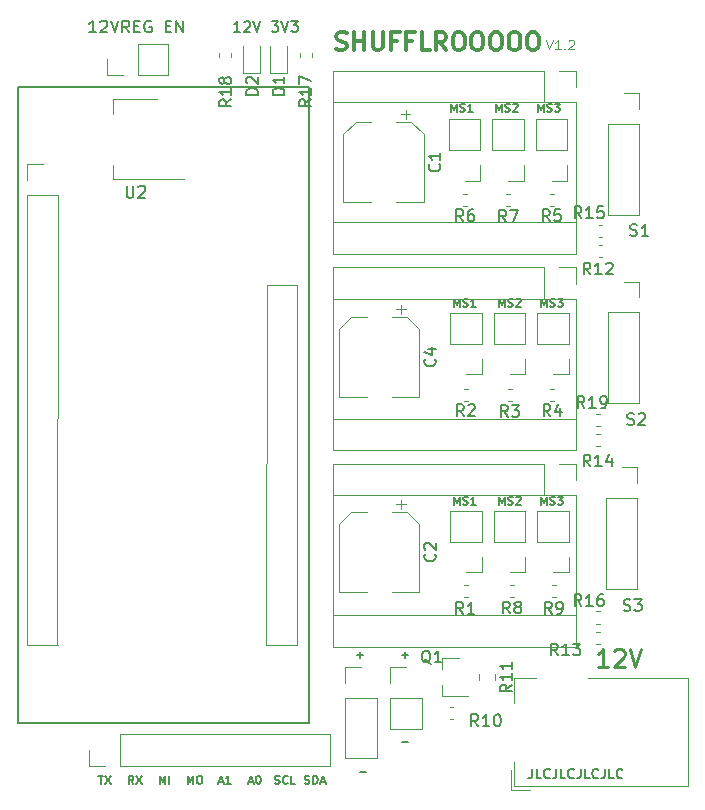
<source format=gto>
G04 #@! TF.GenerationSoftware,KiCad,Pcbnew,(5.0.2)-1*
G04 #@! TF.CreationDate,2020-07-19T21:14:17-04:00*
G04 #@! TF.ProjectId,KiCad Schematic,4b694361-6420-4536-9368-656d61746963,rev?*
G04 #@! TF.SameCoordinates,Original*
G04 #@! TF.FileFunction,Legend,Top*
G04 #@! TF.FilePolarity,Positive*
%FSLAX46Y46*%
G04 Gerber Fmt 4.6, Leading zero omitted, Abs format (unit mm)*
G04 Created by KiCad (PCBNEW (5.0.2)-1) date 7/19/2020 9:14:17 PM*
%MOMM*%
%LPD*%
G01*
G04 APERTURE LIST*
%ADD10C,0.200000*%
%ADD11C,0.150000*%
%ADD12C,0.250000*%
%ADD13C,0.120000*%
%ADD14C,0.300000*%
G04 APERTURE END LIST*
D10*
X21615428Y-73604380D02*
X21044000Y-73604380D01*
X21329714Y-73604380D02*
X21329714Y-72604380D01*
X21234476Y-72747238D01*
X21139238Y-72842476D01*
X21044000Y-72890095D01*
X21996380Y-72699619D02*
X22044000Y-72652000D01*
X22139238Y-72604380D01*
X22377333Y-72604380D01*
X22472571Y-72652000D01*
X22520190Y-72699619D01*
X22567809Y-72794857D01*
X22567809Y-72890095D01*
X22520190Y-73032952D01*
X21948761Y-73604380D01*
X22567809Y-73604380D01*
X22853523Y-72604380D02*
X23186857Y-73604380D01*
X23520190Y-72604380D01*
X24424952Y-73604380D02*
X24091619Y-73128190D01*
X23853523Y-73604380D02*
X23853523Y-72604380D01*
X24234476Y-72604380D01*
X24329714Y-72652000D01*
X24377333Y-72699619D01*
X24424952Y-72794857D01*
X24424952Y-72937714D01*
X24377333Y-73032952D01*
X24329714Y-73080571D01*
X24234476Y-73128190D01*
X23853523Y-73128190D01*
X24853523Y-73080571D02*
X25186857Y-73080571D01*
X25329714Y-73604380D02*
X24853523Y-73604380D01*
X24853523Y-72604380D01*
X25329714Y-72604380D01*
X26282095Y-72652000D02*
X26186857Y-72604380D01*
X26044000Y-72604380D01*
X25901142Y-72652000D01*
X25805904Y-72747238D01*
X25758285Y-72842476D01*
X25710666Y-73032952D01*
X25710666Y-73175809D01*
X25758285Y-73366285D01*
X25805904Y-73461523D01*
X25901142Y-73556761D01*
X26044000Y-73604380D01*
X26139238Y-73604380D01*
X26282095Y-73556761D01*
X26329714Y-73509142D01*
X26329714Y-73175809D01*
X26139238Y-73175809D01*
X27520190Y-73080571D02*
X27853523Y-73080571D01*
X27996380Y-73604380D02*
X27520190Y-73604380D01*
X27520190Y-72604380D01*
X27996380Y-72604380D01*
X28424952Y-73604380D02*
X28424952Y-72604380D01*
X28996380Y-73604380D01*
X28996380Y-72604380D01*
D11*
X58534761Y-135959904D02*
X58534761Y-136531333D01*
X58496666Y-136645619D01*
X58420476Y-136721809D01*
X58306190Y-136759904D01*
X58230000Y-136759904D01*
X59296666Y-136759904D02*
X58915714Y-136759904D01*
X58915714Y-135959904D01*
X60020476Y-136683714D02*
X59982380Y-136721809D01*
X59868095Y-136759904D01*
X59791904Y-136759904D01*
X59677619Y-136721809D01*
X59601428Y-136645619D01*
X59563333Y-136569428D01*
X59525238Y-136417047D01*
X59525238Y-136302761D01*
X59563333Y-136150380D01*
X59601428Y-136074190D01*
X59677619Y-135998000D01*
X59791904Y-135959904D01*
X59868095Y-135959904D01*
X59982380Y-135998000D01*
X60020476Y-136036095D01*
X60591904Y-135959904D02*
X60591904Y-136531333D01*
X60553809Y-136645619D01*
X60477619Y-136721809D01*
X60363333Y-136759904D01*
X60287142Y-136759904D01*
X61353809Y-136759904D02*
X60972857Y-136759904D01*
X60972857Y-135959904D01*
X62077619Y-136683714D02*
X62039523Y-136721809D01*
X61925238Y-136759904D01*
X61849047Y-136759904D01*
X61734761Y-136721809D01*
X61658571Y-136645619D01*
X61620476Y-136569428D01*
X61582380Y-136417047D01*
X61582380Y-136302761D01*
X61620476Y-136150380D01*
X61658571Y-136074190D01*
X61734761Y-135998000D01*
X61849047Y-135959904D01*
X61925238Y-135959904D01*
X62039523Y-135998000D01*
X62077619Y-136036095D01*
X62649047Y-135959904D02*
X62649047Y-136531333D01*
X62610952Y-136645619D01*
X62534761Y-136721809D01*
X62420476Y-136759904D01*
X62344285Y-136759904D01*
X63410952Y-136759904D02*
X63030000Y-136759904D01*
X63030000Y-135959904D01*
X64134761Y-136683714D02*
X64096666Y-136721809D01*
X63982380Y-136759904D01*
X63906190Y-136759904D01*
X63791904Y-136721809D01*
X63715714Y-136645619D01*
X63677619Y-136569428D01*
X63639523Y-136417047D01*
X63639523Y-136302761D01*
X63677619Y-136150380D01*
X63715714Y-136074190D01*
X63791904Y-135998000D01*
X63906190Y-135959904D01*
X63982380Y-135959904D01*
X64096666Y-135998000D01*
X64134761Y-136036095D01*
X64706190Y-135959904D02*
X64706190Y-136531333D01*
X64668095Y-136645619D01*
X64591904Y-136721809D01*
X64477619Y-136759904D01*
X64401428Y-136759904D01*
X65468095Y-136759904D02*
X65087142Y-136759904D01*
X65087142Y-135959904D01*
X66191904Y-136683714D02*
X66153809Y-136721809D01*
X66039523Y-136759904D01*
X65963333Y-136759904D01*
X65849047Y-136721809D01*
X65772857Y-136645619D01*
X65734761Y-136569428D01*
X65696666Y-136417047D01*
X65696666Y-136302761D01*
X65734761Y-136150380D01*
X65772857Y-136074190D01*
X65849047Y-135998000D01*
X65963333Y-135959904D01*
X66039523Y-135959904D01*
X66153809Y-135998000D01*
X66191904Y-136036095D01*
X43929333Y-136194000D02*
X44462666Y-136194000D01*
X39282000Y-137189333D02*
X39382000Y-137222666D01*
X39548666Y-137222666D01*
X39615333Y-137189333D01*
X39648666Y-137156000D01*
X39682000Y-137089333D01*
X39682000Y-137022666D01*
X39648666Y-136956000D01*
X39615333Y-136922666D01*
X39548666Y-136889333D01*
X39415333Y-136856000D01*
X39348666Y-136822666D01*
X39315333Y-136789333D01*
X39282000Y-136722666D01*
X39282000Y-136656000D01*
X39315333Y-136589333D01*
X39348666Y-136556000D01*
X39415333Y-136522666D01*
X39582000Y-136522666D01*
X39682000Y-136556000D01*
X39982000Y-137222666D02*
X39982000Y-136522666D01*
X40148666Y-136522666D01*
X40248666Y-136556000D01*
X40315333Y-136622666D01*
X40348666Y-136689333D01*
X40382000Y-136822666D01*
X40382000Y-136922666D01*
X40348666Y-137056000D01*
X40315333Y-137122666D01*
X40248666Y-137189333D01*
X40148666Y-137222666D01*
X39982000Y-137222666D01*
X40648666Y-137022666D02*
X40982000Y-137022666D01*
X40582000Y-137222666D02*
X40815333Y-136522666D01*
X41048666Y-137222666D01*
X36758666Y-137189333D02*
X36858666Y-137222666D01*
X37025333Y-137222666D01*
X37092000Y-137189333D01*
X37125333Y-137156000D01*
X37158666Y-137089333D01*
X37158666Y-137022666D01*
X37125333Y-136956000D01*
X37092000Y-136922666D01*
X37025333Y-136889333D01*
X36892000Y-136856000D01*
X36825333Y-136822666D01*
X36792000Y-136789333D01*
X36758666Y-136722666D01*
X36758666Y-136656000D01*
X36792000Y-136589333D01*
X36825333Y-136556000D01*
X36892000Y-136522666D01*
X37058666Y-136522666D01*
X37158666Y-136556000D01*
X37858666Y-137156000D02*
X37825333Y-137189333D01*
X37725333Y-137222666D01*
X37658666Y-137222666D01*
X37558666Y-137189333D01*
X37492000Y-137122666D01*
X37458666Y-137056000D01*
X37425333Y-136922666D01*
X37425333Y-136822666D01*
X37458666Y-136689333D01*
X37492000Y-136622666D01*
X37558666Y-136556000D01*
X37658666Y-136522666D01*
X37725333Y-136522666D01*
X37825333Y-136556000D01*
X37858666Y-136589333D01*
X38492000Y-137222666D02*
X38158666Y-137222666D01*
X38158666Y-136522666D01*
X34552000Y-137022666D02*
X34885333Y-137022666D01*
X34485333Y-137222666D02*
X34718666Y-136522666D01*
X34952000Y-137222666D01*
X35318666Y-136522666D02*
X35385333Y-136522666D01*
X35452000Y-136556000D01*
X35485333Y-136589333D01*
X35518666Y-136656000D01*
X35552000Y-136789333D01*
X35552000Y-136956000D01*
X35518666Y-137089333D01*
X35485333Y-137156000D01*
X35452000Y-137189333D01*
X35385333Y-137222666D01*
X35318666Y-137222666D01*
X35252000Y-137189333D01*
X35218666Y-137156000D01*
X35185333Y-137089333D01*
X35152000Y-136956000D01*
X35152000Y-136789333D01*
X35185333Y-136656000D01*
X35218666Y-136589333D01*
X35252000Y-136556000D01*
X35318666Y-136522666D01*
X32012000Y-137022666D02*
X32345333Y-137022666D01*
X31945333Y-137222666D02*
X32178666Y-136522666D01*
X32412000Y-137222666D01*
X33012000Y-137222666D02*
X32612000Y-137222666D01*
X32812000Y-137222666D02*
X32812000Y-136522666D01*
X32745333Y-136622666D01*
X32678666Y-136689333D01*
X32612000Y-136722666D01*
X29372000Y-137222666D02*
X29372000Y-136522666D01*
X29605333Y-137022666D01*
X29838666Y-136522666D01*
X29838666Y-137222666D01*
X30305333Y-136522666D02*
X30438666Y-136522666D01*
X30505333Y-136556000D01*
X30572000Y-136622666D01*
X30605333Y-136756000D01*
X30605333Y-136989333D01*
X30572000Y-137122666D01*
X30505333Y-137189333D01*
X30438666Y-137222666D01*
X30305333Y-137222666D01*
X30238666Y-137189333D01*
X30172000Y-137122666D01*
X30138666Y-136989333D01*
X30138666Y-136756000D01*
X30172000Y-136622666D01*
X30238666Y-136556000D01*
X30305333Y-136522666D01*
X27032000Y-137222666D02*
X27032000Y-136522666D01*
X27265333Y-137022666D01*
X27498666Y-136522666D01*
X27498666Y-137222666D01*
X27832000Y-137222666D02*
X27832000Y-136522666D01*
X24775333Y-137222666D02*
X24542000Y-136889333D01*
X24375333Y-137222666D02*
X24375333Y-136522666D01*
X24642000Y-136522666D01*
X24708666Y-136556000D01*
X24742000Y-136589333D01*
X24775333Y-136656000D01*
X24775333Y-136756000D01*
X24742000Y-136822666D01*
X24708666Y-136856000D01*
X24642000Y-136889333D01*
X24375333Y-136889333D01*
X25008666Y-136522666D02*
X25475333Y-137222666D01*
X25475333Y-136522666D02*
X25008666Y-137222666D01*
X21818666Y-136522666D02*
X22218666Y-136522666D01*
X22018666Y-137222666D02*
X22018666Y-136522666D01*
X22385333Y-136522666D02*
X22852000Y-137222666D01*
X22852000Y-136522666D02*
X22385333Y-137222666D01*
X47485333Y-133654000D02*
X48018666Y-133654000D01*
X43675333Y-126288000D02*
X44208666Y-126288000D01*
X43942000Y-126554666D02*
X43942000Y-126021333D01*
X47485333Y-126288000D02*
X48018666Y-126288000D01*
X47752000Y-126554666D02*
X47752000Y-126021333D01*
X59044000Y-80326666D02*
X59044000Y-79626666D01*
X59277333Y-80126666D01*
X59510666Y-79626666D01*
X59510666Y-80326666D01*
X59810666Y-80293333D02*
X59910666Y-80326666D01*
X60077333Y-80326666D01*
X60144000Y-80293333D01*
X60177333Y-80260000D01*
X60210666Y-80193333D01*
X60210666Y-80126666D01*
X60177333Y-80060000D01*
X60144000Y-80026666D01*
X60077333Y-79993333D01*
X59944000Y-79960000D01*
X59877333Y-79926666D01*
X59844000Y-79893333D01*
X59810666Y-79826666D01*
X59810666Y-79760000D01*
X59844000Y-79693333D01*
X59877333Y-79660000D01*
X59944000Y-79626666D01*
X60110666Y-79626666D01*
X60210666Y-79660000D01*
X60444000Y-79626666D02*
X60877333Y-79626666D01*
X60644000Y-79893333D01*
X60744000Y-79893333D01*
X60810666Y-79926666D01*
X60844000Y-79960000D01*
X60877333Y-80026666D01*
X60877333Y-80193333D01*
X60844000Y-80260000D01*
X60810666Y-80293333D01*
X60744000Y-80326666D01*
X60544000Y-80326666D01*
X60477333Y-80293333D01*
X60444000Y-80260000D01*
X51678000Y-80326666D02*
X51678000Y-79626666D01*
X51911333Y-80126666D01*
X52144666Y-79626666D01*
X52144666Y-80326666D01*
X52444666Y-80293333D02*
X52544666Y-80326666D01*
X52711333Y-80326666D01*
X52778000Y-80293333D01*
X52811333Y-80260000D01*
X52844666Y-80193333D01*
X52844666Y-80126666D01*
X52811333Y-80060000D01*
X52778000Y-80026666D01*
X52711333Y-79993333D01*
X52578000Y-79960000D01*
X52511333Y-79926666D01*
X52478000Y-79893333D01*
X52444666Y-79826666D01*
X52444666Y-79760000D01*
X52478000Y-79693333D01*
X52511333Y-79660000D01*
X52578000Y-79626666D01*
X52744666Y-79626666D01*
X52844666Y-79660000D01*
X53511333Y-80326666D02*
X53111333Y-80326666D01*
X53311333Y-80326666D02*
X53311333Y-79626666D01*
X53244666Y-79726666D01*
X53178000Y-79793333D01*
X53111333Y-79826666D01*
X55488000Y-80326666D02*
X55488000Y-79626666D01*
X55721333Y-80126666D01*
X55954666Y-79626666D01*
X55954666Y-80326666D01*
X56254666Y-80293333D02*
X56354666Y-80326666D01*
X56521333Y-80326666D01*
X56588000Y-80293333D01*
X56621333Y-80260000D01*
X56654666Y-80193333D01*
X56654666Y-80126666D01*
X56621333Y-80060000D01*
X56588000Y-80026666D01*
X56521333Y-79993333D01*
X56388000Y-79960000D01*
X56321333Y-79926666D01*
X56288000Y-79893333D01*
X56254666Y-79826666D01*
X56254666Y-79760000D01*
X56288000Y-79693333D01*
X56321333Y-79660000D01*
X56388000Y-79626666D01*
X56554666Y-79626666D01*
X56654666Y-79660000D01*
X56921333Y-79693333D02*
X56954666Y-79660000D01*
X57021333Y-79626666D01*
X57188000Y-79626666D01*
X57254666Y-79660000D01*
X57288000Y-79693333D01*
X57321333Y-79760000D01*
X57321333Y-79826666D01*
X57288000Y-79926666D01*
X56888000Y-80326666D01*
X57321333Y-80326666D01*
X59298000Y-96836666D02*
X59298000Y-96136666D01*
X59531333Y-96636666D01*
X59764666Y-96136666D01*
X59764666Y-96836666D01*
X60064666Y-96803333D02*
X60164666Y-96836666D01*
X60331333Y-96836666D01*
X60398000Y-96803333D01*
X60431333Y-96770000D01*
X60464666Y-96703333D01*
X60464666Y-96636666D01*
X60431333Y-96570000D01*
X60398000Y-96536666D01*
X60331333Y-96503333D01*
X60198000Y-96470000D01*
X60131333Y-96436666D01*
X60098000Y-96403333D01*
X60064666Y-96336666D01*
X60064666Y-96270000D01*
X60098000Y-96203333D01*
X60131333Y-96170000D01*
X60198000Y-96136666D01*
X60364666Y-96136666D01*
X60464666Y-96170000D01*
X60698000Y-96136666D02*
X61131333Y-96136666D01*
X60898000Y-96403333D01*
X60998000Y-96403333D01*
X61064666Y-96436666D01*
X61098000Y-96470000D01*
X61131333Y-96536666D01*
X61131333Y-96703333D01*
X61098000Y-96770000D01*
X61064666Y-96803333D01*
X60998000Y-96836666D01*
X60798000Y-96836666D01*
X60731333Y-96803333D01*
X60698000Y-96770000D01*
X51932000Y-96836666D02*
X51932000Y-96136666D01*
X52165333Y-96636666D01*
X52398666Y-96136666D01*
X52398666Y-96836666D01*
X52698666Y-96803333D02*
X52798666Y-96836666D01*
X52965333Y-96836666D01*
X53032000Y-96803333D01*
X53065333Y-96770000D01*
X53098666Y-96703333D01*
X53098666Y-96636666D01*
X53065333Y-96570000D01*
X53032000Y-96536666D01*
X52965333Y-96503333D01*
X52832000Y-96470000D01*
X52765333Y-96436666D01*
X52732000Y-96403333D01*
X52698666Y-96336666D01*
X52698666Y-96270000D01*
X52732000Y-96203333D01*
X52765333Y-96170000D01*
X52832000Y-96136666D01*
X52998666Y-96136666D01*
X53098666Y-96170000D01*
X53765333Y-96836666D02*
X53365333Y-96836666D01*
X53565333Y-96836666D02*
X53565333Y-96136666D01*
X53498666Y-96236666D01*
X53432000Y-96303333D01*
X53365333Y-96336666D01*
X55742000Y-96836666D02*
X55742000Y-96136666D01*
X55975333Y-96636666D01*
X56208666Y-96136666D01*
X56208666Y-96836666D01*
X56508666Y-96803333D02*
X56608666Y-96836666D01*
X56775333Y-96836666D01*
X56842000Y-96803333D01*
X56875333Y-96770000D01*
X56908666Y-96703333D01*
X56908666Y-96636666D01*
X56875333Y-96570000D01*
X56842000Y-96536666D01*
X56775333Y-96503333D01*
X56642000Y-96470000D01*
X56575333Y-96436666D01*
X56542000Y-96403333D01*
X56508666Y-96336666D01*
X56508666Y-96270000D01*
X56542000Y-96203333D01*
X56575333Y-96170000D01*
X56642000Y-96136666D01*
X56808666Y-96136666D01*
X56908666Y-96170000D01*
X57175333Y-96203333D02*
X57208666Y-96170000D01*
X57275333Y-96136666D01*
X57442000Y-96136666D01*
X57508666Y-96170000D01*
X57542000Y-96203333D01*
X57575333Y-96270000D01*
X57575333Y-96336666D01*
X57542000Y-96436666D01*
X57142000Y-96836666D01*
X57575333Y-96836666D01*
D10*
X36499714Y-72659142D02*
X37056857Y-72659142D01*
X36756857Y-73002000D01*
X36885428Y-73002000D01*
X36971142Y-73044857D01*
X37014000Y-73087714D01*
X37056857Y-73173428D01*
X37056857Y-73387714D01*
X37014000Y-73473428D01*
X36971142Y-73516285D01*
X36885428Y-73559142D01*
X36628285Y-73559142D01*
X36542571Y-73516285D01*
X36499714Y-73473428D01*
X37314000Y-72659142D02*
X37614000Y-73559142D01*
X37914000Y-72659142D01*
X38128285Y-72659142D02*
X38685428Y-72659142D01*
X38385428Y-73002000D01*
X38514000Y-73002000D01*
X38599714Y-73044857D01*
X38642571Y-73087714D01*
X38685428Y-73173428D01*
X38685428Y-73387714D01*
X38642571Y-73473428D01*
X38599714Y-73516285D01*
X38514000Y-73559142D01*
X38256857Y-73559142D01*
X38171142Y-73516285D01*
X38128285Y-73473428D01*
X33806857Y-73559142D02*
X33292571Y-73559142D01*
X33549714Y-73559142D02*
X33549714Y-72659142D01*
X33464000Y-72787714D01*
X33378285Y-72873428D01*
X33292571Y-72916285D01*
X34149714Y-72744857D02*
X34192571Y-72702000D01*
X34278285Y-72659142D01*
X34492571Y-72659142D01*
X34578285Y-72702000D01*
X34621142Y-72744857D01*
X34664000Y-72830571D01*
X34664000Y-72916285D01*
X34621142Y-73044857D01*
X34106857Y-73559142D01*
X34664000Y-73559142D01*
X34921142Y-72659142D02*
X35221142Y-73559142D01*
X35521142Y-72659142D01*
D11*
X59298000Y-113600666D02*
X59298000Y-112900666D01*
X59531333Y-113400666D01*
X59764666Y-112900666D01*
X59764666Y-113600666D01*
X60064666Y-113567333D02*
X60164666Y-113600666D01*
X60331333Y-113600666D01*
X60398000Y-113567333D01*
X60431333Y-113534000D01*
X60464666Y-113467333D01*
X60464666Y-113400666D01*
X60431333Y-113334000D01*
X60398000Y-113300666D01*
X60331333Y-113267333D01*
X60198000Y-113234000D01*
X60131333Y-113200666D01*
X60098000Y-113167333D01*
X60064666Y-113100666D01*
X60064666Y-113034000D01*
X60098000Y-112967333D01*
X60131333Y-112934000D01*
X60198000Y-112900666D01*
X60364666Y-112900666D01*
X60464666Y-112934000D01*
X60698000Y-112900666D02*
X61131333Y-112900666D01*
X60898000Y-113167333D01*
X60998000Y-113167333D01*
X61064666Y-113200666D01*
X61098000Y-113234000D01*
X61131333Y-113300666D01*
X61131333Y-113467333D01*
X61098000Y-113534000D01*
X61064666Y-113567333D01*
X60998000Y-113600666D01*
X60798000Y-113600666D01*
X60731333Y-113567333D01*
X60698000Y-113534000D01*
X55742000Y-113600666D02*
X55742000Y-112900666D01*
X55975333Y-113400666D01*
X56208666Y-112900666D01*
X56208666Y-113600666D01*
X56508666Y-113567333D02*
X56608666Y-113600666D01*
X56775333Y-113600666D01*
X56842000Y-113567333D01*
X56875333Y-113534000D01*
X56908666Y-113467333D01*
X56908666Y-113400666D01*
X56875333Y-113334000D01*
X56842000Y-113300666D01*
X56775333Y-113267333D01*
X56642000Y-113234000D01*
X56575333Y-113200666D01*
X56542000Y-113167333D01*
X56508666Y-113100666D01*
X56508666Y-113034000D01*
X56542000Y-112967333D01*
X56575333Y-112934000D01*
X56642000Y-112900666D01*
X56808666Y-112900666D01*
X56908666Y-112934000D01*
X57175333Y-112967333D02*
X57208666Y-112934000D01*
X57275333Y-112900666D01*
X57442000Y-112900666D01*
X57508666Y-112934000D01*
X57542000Y-112967333D01*
X57575333Y-113034000D01*
X57575333Y-113100666D01*
X57542000Y-113200666D01*
X57142000Y-113600666D01*
X57575333Y-113600666D01*
X51932000Y-113600666D02*
X51932000Y-112900666D01*
X52165333Y-113400666D01*
X52398666Y-112900666D01*
X52398666Y-113600666D01*
X52698666Y-113567333D02*
X52798666Y-113600666D01*
X52965333Y-113600666D01*
X53032000Y-113567333D01*
X53065333Y-113534000D01*
X53098666Y-113467333D01*
X53098666Y-113400666D01*
X53065333Y-113334000D01*
X53032000Y-113300666D01*
X52965333Y-113267333D01*
X52832000Y-113234000D01*
X52765333Y-113200666D01*
X52732000Y-113167333D01*
X52698666Y-113100666D01*
X52698666Y-113034000D01*
X52732000Y-112967333D01*
X52765333Y-112934000D01*
X52832000Y-112900666D01*
X52998666Y-112900666D01*
X53098666Y-112934000D01*
X53765333Y-113600666D02*
X53365333Y-113600666D01*
X53565333Y-113600666D02*
X53565333Y-112900666D01*
X53498666Y-113000666D01*
X53432000Y-113067333D01*
X53365333Y-113100666D01*
D12*
X64935428Y-127314571D02*
X64078285Y-127314571D01*
X64506857Y-127314571D02*
X64506857Y-125814571D01*
X64364000Y-126028857D01*
X64221142Y-126171714D01*
X64078285Y-126243142D01*
X65506857Y-125957428D02*
X65578285Y-125886000D01*
X65721142Y-125814571D01*
X66078285Y-125814571D01*
X66221142Y-125886000D01*
X66292571Y-125957428D01*
X66364000Y-126100285D01*
X66364000Y-126243142D01*
X66292571Y-126457428D01*
X65435428Y-127314571D01*
X66364000Y-127314571D01*
X66792571Y-125814571D02*
X67292571Y-127314571D01*
X67792571Y-125814571D01*
D11*
X66852095Y-90790761D02*
X66994952Y-90838380D01*
X67233047Y-90838380D01*
X67328285Y-90790761D01*
X67375904Y-90743142D01*
X67423523Y-90647904D01*
X67423523Y-90552666D01*
X67375904Y-90457428D01*
X67328285Y-90409809D01*
X67233047Y-90362190D01*
X67042571Y-90314571D01*
X66947333Y-90266952D01*
X66899714Y-90219333D01*
X66852095Y-90124095D01*
X66852095Y-90028857D01*
X66899714Y-89933619D01*
X66947333Y-89886000D01*
X67042571Y-89838380D01*
X67280666Y-89838380D01*
X67423523Y-89886000D01*
X68375904Y-90838380D02*
X67804476Y-90838380D01*
X68090190Y-90838380D02*
X68090190Y-89838380D01*
X67994952Y-89981238D01*
X67899714Y-90076476D01*
X67804476Y-90124095D01*
X66602095Y-106790761D02*
X66744952Y-106838380D01*
X66983047Y-106838380D01*
X67078285Y-106790761D01*
X67125904Y-106743142D01*
X67173523Y-106647904D01*
X67173523Y-106552666D01*
X67125904Y-106457428D01*
X67078285Y-106409809D01*
X66983047Y-106362190D01*
X66792571Y-106314571D01*
X66697333Y-106266952D01*
X66649714Y-106219333D01*
X66602095Y-106124095D01*
X66602095Y-106028857D01*
X66649714Y-105933619D01*
X66697333Y-105886000D01*
X66792571Y-105838380D01*
X67030666Y-105838380D01*
X67173523Y-105886000D01*
X67554476Y-105933619D02*
X67602095Y-105886000D01*
X67697333Y-105838380D01*
X67935428Y-105838380D01*
X68030666Y-105886000D01*
X68078285Y-105933619D01*
X68125904Y-106028857D01*
X68125904Y-106124095D01*
X68078285Y-106266952D01*
X67506857Y-106838380D01*
X68125904Y-106838380D01*
X66294095Y-122540761D02*
X66436952Y-122588380D01*
X66675047Y-122588380D01*
X66770285Y-122540761D01*
X66817904Y-122493142D01*
X66865523Y-122397904D01*
X66865523Y-122302666D01*
X66817904Y-122207428D01*
X66770285Y-122159809D01*
X66675047Y-122112190D01*
X66484571Y-122064571D01*
X66389333Y-122016952D01*
X66341714Y-121969333D01*
X66294095Y-121874095D01*
X66294095Y-121778857D01*
X66341714Y-121683619D01*
X66389333Y-121636000D01*
X66484571Y-121588380D01*
X66722666Y-121588380D01*
X66865523Y-121636000D01*
X67198857Y-121588380D02*
X67817904Y-121588380D01*
X67484571Y-121969333D01*
X67627428Y-121969333D01*
X67722666Y-122016952D01*
X67770285Y-122064571D01*
X67817904Y-122159809D01*
X67817904Y-122397904D01*
X67770285Y-122493142D01*
X67722666Y-122540761D01*
X67627428Y-122588380D01*
X67341714Y-122588380D01*
X67246476Y-122540761D01*
X67198857Y-122493142D01*
D13*
X59740952Y-74237904D02*
X60007619Y-75037904D01*
X60274285Y-74237904D01*
X60960000Y-75037904D02*
X60502857Y-75037904D01*
X60731428Y-75037904D02*
X60731428Y-74237904D01*
X60655238Y-74352190D01*
X60579047Y-74428380D01*
X60502857Y-74466476D01*
X61302857Y-74961714D02*
X61340952Y-74999809D01*
X61302857Y-75037904D01*
X61264761Y-74999809D01*
X61302857Y-74961714D01*
X61302857Y-75037904D01*
X61645714Y-74314095D02*
X61683809Y-74276000D01*
X61760000Y-74237904D01*
X61950476Y-74237904D01*
X62026666Y-74276000D01*
X62064761Y-74314095D01*
X62102857Y-74390285D01*
X62102857Y-74466476D01*
X62064761Y-74580761D01*
X61607619Y-75037904D01*
X62102857Y-75037904D01*
D14*
X41974571Y-75029142D02*
X42188857Y-75100571D01*
X42546000Y-75100571D01*
X42688857Y-75029142D01*
X42760285Y-74957714D01*
X42831714Y-74814857D01*
X42831714Y-74672000D01*
X42760285Y-74529142D01*
X42688857Y-74457714D01*
X42546000Y-74386285D01*
X42260285Y-74314857D01*
X42117428Y-74243428D01*
X42046000Y-74172000D01*
X41974571Y-74029142D01*
X41974571Y-73886285D01*
X42046000Y-73743428D01*
X42117428Y-73672000D01*
X42260285Y-73600571D01*
X42617428Y-73600571D01*
X42831714Y-73672000D01*
X43474571Y-75100571D02*
X43474571Y-73600571D01*
X43474571Y-74314857D02*
X44331714Y-74314857D01*
X44331714Y-75100571D02*
X44331714Y-73600571D01*
X45046000Y-73600571D02*
X45046000Y-74814857D01*
X45117428Y-74957714D01*
X45188857Y-75029142D01*
X45331714Y-75100571D01*
X45617428Y-75100571D01*
X45760285Y-75029142D01*
X45831714Y-74957714D01*
X45903142Y-74814857D01*
X45903142Y-73600571D01*
X47117428Y-74314857D02*
X46617428Y-74314857D01*
X46617428Y-75100571D02*
X46617428Y-73600571D01*
X47331714Y-73600571D01*
X48403142Y-74314857D02*
X47903142Y-74314857D01*
X47903142Y-75100571D02*
X47903142Y-73600571D01*
X48617428Y-73600571D01*
X49903142Y-75100571D02*
X49188857Y-75100571D01*
X49188857Y-73600571D01*
X51260285Y-75100571D02*
X50760285Y-74386285D01*
X50403142Y-75100571D02*
X50403142Y-73600571D01*
X50974571Y-73600571D01*
X51117428Y-73672000D01*
X51188857Y-73743428D01*
X51260285Y-73886285D01*
X51260285Y-74100571D01*
X51188857Y-74243428D01*
X51117428Y-74314857D01*
X50974571Y-74386285D01*
X50403142Y-74386285D01*
X52188857Y-73600571D02*
X52474571Y-73600571D01*
X52617428Y-73672000D01*
X52760285Y-73814857D01*
X52831714Y-74100571D01*
X52831714Y-74600571D01*
X52760285Y-74886285D01*
X52617428Y-75029142D01*
X52474571Y-75100571D01*
X52188857Y-75100571D01*
X52046000Y-75029142D01*
X51903142Y-74886285D01*
X51831714Y-74600571D01*
X51831714Y-74100571D01*
X51903142Y-73814857D01*
X52046000Y-73672000D01*
X52188857Y-73600571D01*
X53760285Y-73600571D02*
X54046000Y-73600571D01*
X54188857Y-73672000D01*
X54331714Y-73814857D01*
X54403142Y-74100571D01*
X54403142Y-74600571D01*
X54331714Y-74886285D01*
X54188857Y-75029142D01*
X54046000Y-75100571D01*
X53760285Y-75100571D01*
X53617428Y-75029142D01*
X53474571Y-74886285D01*
X53403142Y-74600571D01*
X53403142Y-74100571D01*
X53474571Y-73814857D01*
X53617428Y-73672000D01*
X53760285Y-73600571D01*
X55331714Y-73600571D02*
X55617428Y-73600571D01*
X55760285Y-73672000D01*
X55903142Y-73814857D01*
X55974571Y-74100571D01*
X55974571Y-74600571D01*
X55903142Y-74886285D01*
X55760285Y-75029142D01*
X55617428Y-75100571D01*
X55331714Y-75100571D01*
X55188857Y-75029142D01*
X55046000Y-74886285D01*
X54974571Y-74600571D01*
X54974571Y-74100571D01*
X55046000Y-73814857D01*
X55188857Y-73672000D01*
X55331714Y-73600571D01*
X56903142Y-73600571D02*
X57188857Y-73600571D01*
X57331714Y-73672000D01*
X57474571Y-73814857D01*
X57546000Y-74100571D01*
X57546000Y-74600571D01*
X57474571Y-74886285D01*
X57331714Y-75029142D01*
X57188857Y-75100571D01*
X56903142Y-75100571D01*
X56760285Y-75029142D01*
X56617428Y-74886285D01*
X56546000Y-74600571D01*
X56546000Y-74100571D01*
X56617428Y-73814857D01*
X56760285Y-73672000D01*
X56903142Y-73600571D01*
X58474571Y-73600571D02*
X58760285Y-73600571D01*
X58903142Y-73672000D01*
X59046000Y-73814857D01*
X59117428Y-74100571D01*
X59117428Y-74600571D01*
X59046000Y-74886285D01*
X58903142Y-75029142D01*
X58760285Y-75100571D01*
X58474571Y-75100571D01*
X58331714Y-75029142D01*
X58188857Y-74886285D01*
X58117428Y-74600571D01*
X58117428Y-74100571D01*
X58188857Y-73814857D01*
X58331714Y-73672000D01*
X58474571Y-73600571D01*
D13*
G04 #@! TO.C,U1*
X36008000Y-125484001D02*
X38668000Y-125484001D01*
X36068000Y-94944001D02*
X36008000Y-125484001D01*
X38608000Y-94944001D02*
X38668000Y-125484001D01*
X36068000Y-94944001D02*
X38608000Y-94944001D01*
X15764000Y-86064001D02*
X15764000Y-84734001D01*
X15764000Y-125494001D02*
X18424000Y-125494001D01*
X15764000Y-84734001D02*
X17094000Y-84734001D01*
X15764000Y-87334001D02*
X15748000Y-125424001D01*
X18424000Y-87334001D02*
X18288000Y-125424001D01*
X15764000Y-87334001D02*
X18424000Y-87334001D01*
D11*
X14986000Y-132028001D02*
X39624000Y-132028001D01*
X39624000Y-132028001D02*
X39624000Y-78180001D01*
X39624000Y-78180001D02*
X14986000Y-78180001D01*
X14986000Y-78180001D02*
X14986000Y-132028001D01*
D13*
G04 #@! TO.C,J21*
X27734000Y-77216000D02*
X27734000Y-74556000D01*
X25134000Y-77216000D02*
X27734000Y-77216000D01*
X25134000Y-74556000D02*
X27734000Y-74556000D01*
X25134000Y-77216000D02*
X25134000Y-74556000D01*
X23864000Y-77216000D02*
X22534000Y-77216000D01*
X22534000Y-77216000D02*
X22534000Y-75886000D01*
G04 #@! TO.C,U2*
X23054000Y-79226000D02*
X23054000Y-80486000D01*
X23054000Y-86046000D02*
X23054000Y-84786000D01*
X26814000Y-79226000D02*
X23054000Y-79226000D01*
X29064000Y-86046000D02*
X23054000Y-86046000D01*
G04 #@! TO.C,A3*
X62233000Y-122936000D02*
X41653000Y-122936000D01*
X59563000Y-112776000D02*
X41653000Y-112776000D01*
X62233000Y-111506000D02*
X62233000Y-110106000D01*
X62233000Y-110106000D02*
X60833000Y-110106000D01*
X62233000Y-112776000D02*
X59563000Y-112776000D01*
X59563000Y-112776000D02*
X59563000Y-110106000D01*
X59563000Y-110106000D02*
X41653000Y-110106000D01*
X41653000Y-110106000D02*
X41653000Y-125606000D01*
X41653000Y-125606000D02*
X62233000Y-125606000D01*
X62233000Y-125606000D02*
X62233000Y-112776000D01*
G04 #@! TO.C,J16*
X41462000Y-135696000D02*
X41462000Y-133036000D01*
X23622000Y-135696000D02*
X41462000Y-135696000D01*
X23622000Y-133036000D02*
X41462000Y-133036000D01*
X23622000Y-135696000D02*
X23622000Y-133036000D01*
X22352000Y-135696000D02*
X21022000Y-135696000D01*
X21022000Y-135696000D02*
X21022000Y-134366000D01*
G04 #@! TO.C,D2*
X35533000Y-77001500D02*
X35533000Y-74716500D01*
X34063000Y-77001500D02*
X35533000Y-77001500D01*
X34063000Y-74716500D02*
X34063000Y-77001500D01*
G04 #@! TO.C,D1*
X36349000Y-74716500D02*
X36349000Y-77001500D01*
X36349000Y-77001500D02*
X37819000Y-77001500D01*
X37819000Y-77001500D02*
X37819000Y-74716500D01*
G04 #@! TO.C,R18*
X32002000Y-75353721D02*
X32002000Y-75679279D01*
X33022000Y-75353721D02*
X33022000Y-75679279D01*
G04 #@! TO.C,R17*
X39880000Y-75353721D02*
X39880000Y-75679279D01*
X38860000Y-75353721D02*
X38860000Y-75679279D01*
G04 #@! TO.C,R16*
X63951221Y-123646000D02*
X64276779Y-123646000D01*
X63951221Y-122626000D02*
X64276779Y-122626000D01*
G04 #@! TO.C,R15*
X64163721Y-89876000D02*
X64489279Y-89876000D01*
X64163721Y-90896000D02*
X64489279Y-90896000D01*
G04 #@! TO.C,R14*
X63988721Y-108646000D02*
X64314279Y-108646000D01*
X63988721Y-107626000D02*
X64314279Y-107626000D01*
G04 #@! TO.C,R13*
X63951221Y-124376000D02*
X64276779Y-124376000D01*
X63951221Y-125396000D02*
X64276779Y-125396000D01*
G04 #@! TO.C,R12*
X64163721Y-92646000D02*
X64489279Y-92646000D01*
X64163721Y-91626000D02*
X64489279Y-91626000D01*
G04 #@! TO.C,R10*
X51557009Y-130718889D02*
X51882567Y-130718889D01*
X51557009Y-131738889D02*
X51882567Y-131738889D01*
G04 #@! TO.C,R9*
X60210721Y-121414000D02*
X60536279Y-121414000D01*
X60210721Y-120394000D02*
X60536279Y-120394000D01*
G04 #@! TO.C,R8*
X56989279Y-121414000D02*
X56663721Y-121414000D01*
X56989279Y-120394000D02*
X56663721Y-120394000D01*
G04 #@! TO.C,R7*
X56677779Y-87247000D02*
X56352221Y-87247000D01*
X56677779Y-88267000D02*
X56352221Y-88267000D01*
G04 #@! TO.C,R6*
X52669221Y-87247000D02*
X52994779Y-87247000D01*
X52669221Y-88267000D02*
X52994779Y-88267000D01*
G04 #@! TO.C,R5*
X60035221Y-88267000D02*
X60360779Y-88267000D01*
X60035221Y-87247000D02*
X60360779Y-87247000D01*
G04 #@! TO.C,R4*
X60083721Y-103757000D02*
X60409279Y-103757000D01*
X60083721Y-104777000D02*
X60409279Y-104777000D01*
G04 #@! TO.C,R3*
X56804779Y-103757000D02*
X56479221Y-103757000D01*
X56804779Y-104777000D02*
X56479221Y-104777000D01*
G04 #@! TO.C,R2*
X52747721Y-103757000D02*
X53073279Y-103757000D01*
X52747721Y-104777000D02*
X53073279Y-104777000D01*
G04 #@! TO.C,R1*
X52747721Y-121414000D02*
X53073279Y-121414000D01*
X52747721Y-120394000D02*
X53073279Y-120394000D01*
G04 #@! TO.C,R19*
X63951221Y-105876000D02*
X64276779Y-105876000D01*
X63951221Y-106896000D02*
X64276779Y-106896000D01*
G04 #@! TO.C,C2*
X47834250Y-113552250D02*
X47046750Y-113552250D01*
X47440500Y-113158500D02*
X47440500Y-113946000D01*
X43247437Y-114186000D02*
X42183000Y-115250437D01*
X47938563Y-114186000D02*
X49003000Y-115250437D01*
X47938563Y-114186000D02*
X46653000Y-114186000D01*
X43247437Y-114186000D02*
X44533000Y-114186000D01*
X42183000Y-115250437D02*
X42183000Y-121006000D01*
X49003000Y-115250437D02*
X49003000Y-121006000D01*
X49003000Y-121006000D02*
X46653000Y-121006000D01*
X42183000Y-121006000D02*
X44533000Y-121006000D01*
G04 #@! TO.C,C4*
X42183000Y-104502000D02*
X44533000Y-104502000D01*
X49003000Y-104502000D02*
X46653000Y-104502000D01*
X49003000Y-98746437D02*
X49003000Y-104502000D01*
X42183000Y-98746437D02*
X42183000Y-104502000D01*
X43247437Y-97682000D02*
X44533000Y-97682000D01*
X47938563Y-97682000D02*
X46653000Y-97682000D01*
X47938563Y-97682000D02*
X49003000Y-98746437D01*
X43247437Y-97682000D02*
X42183000Y-98746437D01*
X47440500Y-96654500D02*
X47440500Y-97442000D01*
X47834250Y-97048250D02*
X47046750Y-97048250D01*
G04 #@! TO.C,C1*
X42564000Y-87986000D02*
X44914000Y-87986000D01*
X49384000Y-87986000D02*
X47034000Y-87986000D01*
X49384000Y-82230437D02*
X49384000Y-87986000D01*
X42564000Y-82230437D02*
X42564000Y-87986000D01*
X43628437Y-81166000D02*
X44914000Y-81166000D01*
X48319563Y-81166000D02*
X47034000Y-81166000D01*
X48319563Y-81166000D02*
X49384000Y-82230437D01*
X43628437Y-81166000D02*
X42564000Y-82230437D01*
X47821500Y-80138500D02*
X47821500Y-80926000D01*
X48215250Y-80532250D02*
X47427750Y-80532250D01*
G04 #@! TO.C,J15*
X42739000Y-135061000D02*
X45399000Y-135061000D01*
X42739000Y-129921000D02*
X42739000Y-135061000D01*
X45399000Y-129921000D02*
X45399000Y-135061000D01*
X42739000Y-129921000D02*
X45399000Y-129921000D01*
X42739000Y-128651000D02*
X42739000Y-127321000D01*
X42739000Y-127321000D02*
X44069000Y-127321000D01*
G04 #@! TO.C,J9*
X61655000Y-114113000D02*
X58995000Y-114113000D01*
X61655000Y-116713000D02*
X61655000Y-114113000D01*
X58995000Y-116713000D02*
X58995000Y-114113000D01*
X61655000Y-116713000D02*
X58995000Y-116713000D01*
X61655000Y-117983000D02*
X61655000Y-119313000D01*
X61655000Y-119313000D02*
X60325000Y-119313000D01*
G04 #@! TO.C,J1*
X54289000Y-119313000D02*
X52959000Y-119313000D01*
X54289000Y-117983000D02*
X54289000Y-119313000D01*
X54289000Y-116713000D02*
X51629000Y-116713000D01*
X51629000Y-116713000D02*
X51629000Y-114113000D01*
X54289000Y-116713000D02*
X54289000Y-114113000D01*
X54289000Y-114113000D02*
X51629000Y-114113000D01*
G04 #@! TO.C,J8*
X57972000Y-114113000D02*
X55312000Y-114113000D01*
X57972000Y-116713000D02*
X57972000Y-114113000D01*
X55312000Y-116713000D02*
X55312000Y-114113000D01*
X57972000Y-116713000D02*
X55312000Y-116713000D01*
X57972000Y-117983000D02*
X57972000Y-119313000D01*
X57972000Y-119313000D02*
X56642000Y-119313000D01*
G04 #@! TO.C,J2*
X54289000Y-97349000D02*
X51629000Y-97349000D01*
X54289000Y-99949000D02*
X54289000Y-97349000D01*
X51629000Y-99949000D02*
X51629000Y-97349000D01*
X54289000Y-99949000D02*
X51629000Y-99949000D01*
X54289000Y-101219000D02*
X54289000Y-102549000D01*
X54289000Y-102549000D02*
X52959000Y-102549000D01*
G04 #@! TO.C,J4*
X61655000Y-102549000D02*
X60325000Y-102549000D01*
X61655000Y-101219000D02*
X61655000Y-102549000D01*
X61655000Y-99949000D02*
X58995000Y-99949000D01*
X58995000Y-99949000D02*
X58995000Y-97349000D01*
X61655000Y-99949000D02*
X61655000Y-97349000D01*
X61655000Y-97349000D02*
X58995000Y-97349000D01*
G04 #@! TO.C,J3*
X57972000Y-97349000D02*
X55312000Y-97349000D01*
X57972000Y-99949000D02*
X57972000Y-97349000D01*
X55312000Y-99949000D02*
X55312000Y-97349000D01*
X57972000Y-99949000D02*
X55312000Y-99949000D01*
X57972000Y-101219000D02*
X57972000Y-102549000D01*
X57972000Y-102549000D02*
X56642000Y-102549000D01*
G04 #@! TO.C,J13*
X63239000Y-128242000D02*
X71739000Y-128242000D01*
X71739000Y-128242000D02*
X71739000Y-137442000D01*
X71739000Y-137442000D02*
X57039000Y-137442000D01*
X57039000Y-130342000D02*
X57039000Y-128242000D01*
X57039000Y-128242000D02*
X58839000Y-128242000D01*
X56739000Y-136042000D02*
X56739000Y-137742000D01*
X56739000Y-137742000D02*
X58339000Y-137742000D01*
X57039000Y-137442000D02*
X57039000Y-135342000D01*
G04 #@! TO.C,J14*
X46531288Y-132558889D02*
X49191288Y-132558889D01*
X46531288Y-129958889D02*
X46531288Y-132558889D01*
X49191288Y-129958889D02*
X49191288Y-132558889D01*
X46531288Y-129958889D02*
X49191288Y-129958889D01*
X46531288Y-128688889D02*
X46531288Y-127358889D01*
X46531288Y-127358889D02*
X47861288Y-127358889D01*
G04 #@! TO.C,Q1*
X50911288Y-126600889D02*
X50911288Y-127530889D01*
X50911288Y-129760889D02*
X50911288Y-128830889D01*
X50911288Y-129760889D02*
X53071288Y-129760889D01*
X50911288Y-126600889D02*
X52371288Y-126600889D01*
G04 #@! TO.C,R11*
X55429288Y-127922311D02*
X55429288Y-128439467D01*
X54009288Y-127922311D02*
X54009288Y-128439467D01*
G04 #@! TO.C,J5*
X61528000Y-80966000D02*
X58868000Y-80966000D01*
X61528000Y-83566000D02*
X61528000Y-80966000D01*
X58868000Y-83566000D02*
X58868000Y-80966000D01*
X61528000Y-83566000D02*
X58868000Y-83566000D01*
X61528000Y-84836000D02*
X61528000Y-86166000D01*
X61528000Y-86166000D02*
X60198000Y-86166000D01*
G04 #@! TO.C,J6*
X54162000Y-86166000D02*
X52832000Y-86166000D01*
X54162000Y-84836000D02*
X54162000Y-86166000D01*
X54162000Y-83566000D02*
X51502000Y-83566000D01*
X51502000Y-83566000D02*
X51502000Y-80966000D01*
X54162000Y-83566000D02*
X54162000Y-80966000D01*
X54162000Y-80966000D02*
X51502000Y-80966000D01*
G04 #@! TO.C,J7*
X57845000Y-80966000D02*
X55185000Y-80966000D01*
X57845000Y-83566000D02*
X57845000Y-80966000D01*
X55185000Y-83566000D02*
X55185000Y-80966000D01*
X57845000Y-83566000D02*
X55185000Y-83566000D01*
X57845000Y-84836000D02*
X57845000Y-86166000D01*
X57845000Y-86166000D02*
X56515000Y-86166000D01*
G04 #@! TO.C,J11*
X64964000Y-97290000D02*
X67624000Y-97290000D01*
X64964000Y-97290000D02*
X64964000Y-104970000D01*
X64964000Y-104970000D02*
X67624000Y-104970000D01*
X67624000Y-97290000D02*
X67624000Y-104970000D01*
X67624000Y-94690000D02*
X67624000Y-96020000D01*
X66294000Y-94690000D02*
X67624000Y-94690000D01*
G04 #@! TO.C,J12*
X66114000Y-110436000D02*
X67444000Y-110436000D01*
X67444000Y-110436000D02*
X67444000Y-111766000D01*
X67444000Y-113036000D02*
X67444000Y-120716000D01*
X64784000Y-120716000D02*
X67444000Y-120716000D01*
X64784000Y-113036000D02*
X64784000Y-120716000D01*
X64784000Y-113036000D02*
X67444000Y-113036000D01*
G04 #@! TO.C,J10*
X64964000Y-81366000D02*
X67624000Y-81366000D01*
X64964000Y-81366000D02*
X64964000Y-89046000D01*
X64964000Y-89046000D02*
X67624000Y-89046000D01*
X67624000Y-81366000D02*
X67624000Y-89046000D01*
X67624000Y-78766000D02*
X67624000Y-80096000D01*
X66294000Y-78766000D02*
X67624000Y-78766000D01*
G04 #@! TO.C,A2*
X62233000Y-108969000D02*
X62233000Y-96139000D01*
X41653000Y-108969000D02*
X62233000Y-108969000D01*
X41653000Y-93469000D02*
X41653000Y-108969000D01*
X59563000Y-93469000D02*
X41653000Y-93469000D01*
X59563000Y-96139000D02*
X59563000Y-93469000D01*
X62233000Y-96139000D02*
X59563000Y-96139000D01*
X62233000Y-93469000D02*
X60833000Y-93469000D01*
X62233000Y-94869000D02*
X62233000Y-93469000D01*
X59563000Y-96139000D02*
X41653000Y-96139000D01*
X62233000Y-106299000D02*
X41653000Y-106299000D01*
G04 #@! TO.C,A1*
X62233000Y-89662000D02*
X41653000Y-89662000D01*
X59563000Y-79502000D02*
X41653000Y-79502000D01*
X62233000Y-78232000D02*
X62233000Y-76832000D01*
X62233000Y-76832000D02*
X60833000Y-76832000D01*
X62233000Y-79502000D02*
X59563000Y-79502000D01*
X59563000Y-79502000D02*
X59563000Y-76832000D01*
X59563000Y-76832000D02*
X41653000Y-76832000D01*
X41653000Y-76832000D02*
X41653000Y-92332000D01*
X41653000Y-92332000D02*
X62233000Y-92332000D01*
X62233000Y-92332000D02*
X62233000Y-79502000D01*
G04 #@! TO.C,U2*
D11*
X24202095Y-86588380D02*
X24202095Y-87397904D01*
X24249714Y-87493142D01*
X24297333Y-87540761D01*
X24392571Y-87588380D01*
X24583047Y-87588380D01*
X24678285Y-87540761D01*
X24725904Y-87493142D01*
X24773523Y-87397904D01*
X24773523Y-86588380D01*
X25202095Y-86683619D02*
X25249714Y-86636000D01*
X25344952Y-86588380D01*
X25583047Y-86588380D01*
X25678285Y-86636000D01*
X25725904Y-86683619D01*
X25773523Y-86778857D01*
X25773523Y-86874095D01*
X25725904Y-87016952D01*
X25154476Y-87588380D01*
X25773523Y-87588380D01*
G04 #@! TO.C,D2*
X35316380Y-78874095D02*
X34316380Y-78874095D01*
X34316380Y-78636000D01*
X34364000Y-78493142D01*
X34459238Y-78397904D01*
X34554476Y-78350285D01*
X34744952Y-78302666D01*
X34887809Y-78302666D01*
X35078285Y-78350285D01*
X35173523Y-78397904D01*
X35268761Y-78493142D01*
X35316380Y-78636000D01*
X35316380Y-78874095D01*
X34411619Y-77921714D02*
X34364000Y-77874095D01*
X34316380Y-77778857D01*
X34316380Y-77540761D01*
X34364000Y-77445523D01*
X34411619Y-77397904D01*
X34506857Y-77350285D01*
X34602095Y-77350285D01*
X34744952Y-77397904D01*
X35316380Y-77969333D01*
X35316380Y-77350285D01*
G04 #@! TO.C,D1*
X37566380Y-78874095D02*
X36566380Y-78874095D01*
X36566380Y-78636000D01*
X36614000Y-78493142D01*
X36709238Y-78397904D01*
X36804476Y-78350285D01*
X36994952Y-78302666D01*
X37137809Y-78302666D01*
X37328285Y-78350285D01*
X37423523Y-78397904D01*
X37518761Y-78493142D01*
X37566380Y-78636000D01*
X37566380Y-78874095D01*
X37566380Y-77350285D02*
X37566380Y-77921714D01*
X37566380Y-77636000D02*
X36566380Y-77636000D01*
X36709238Y-77731238D01*
X36804476Y-77826476D01*
X36852095Y-77921714D01*
G04 #@! TO.C,R18*
X33066380Y-79278857D02*
X32590190Y-79612190D01*
X33066380Y-79850285D02*
X32066380Y-79850285D01*
X32066380Y-79469333D01*
X32114000Y-79374095D01*
X32161619Y-79326476D01*
X32256857Y-79278857D01*
X32399714Y-79278857D01*
X32494952Y-79326476D01*
X32542571Y-79374095D01*
X32590190Y-79469333D01*
X32590190Y-79850285D01*
X33066380Y-78326476D02*
X33066380Y-78897904D01*
X33066380Y-78612190D02*
X32066380Y-78612190D01*
X32209238Y-78707428D01*
X32304476Y-78802666D01*
X32352095Y-78897904D01*
X32494952Y-77755047D02*
X32447333Y-77850285D01*
X32399714Y-77897904D01*
X32304476Y-77945523D01*
X32256857Y-77945523D01*
X32161619Y-77897904D01*
X32114000Y-77850285D01*
X32066380Y-77755047D01*
X32066380Y-77564571D01*
X32114000Y-77469333D01*
X32161619Y-77421714D01*
X32256857Y-77374095D01*
X32304476Y-77374095D01*
X32399714Y-77421714D01*
X32447333Y-77469333D01*
X32494952Y-77564571D01*
X32494952Y-77755047D01*
X32542571Y-77850285D01*
X32590190Y-77897904D01*
X32685428Y-77945523D01*
X32875904Y-77945523D01*
X32971142Y-77897904D01*
X33018761Y-77850285D01*
X33066380Y-77755047D01*
X33066380Y-77564571D01*
X33018761Y-77469333D01*
X32971142Y-77421714D01*
X32875904Y-77374095D01*
X32685428Y-77374095D01*
X32590190Y-77421714D01*
X32542571Y-77469333D01*
X32494952Y-77564571D01*
G04 #@! TO.C,R17*
X39816380Y-79278857D02*
X39340190Y-79612190D01*
X39816380Y-79850285D02*
X38816380Y-79850285D01*
X38816380Y-79469333D01*
X38864000Y-79374095D01*
X38911619Y-79326476D01*
X39006857Y-79278857D01*
X39149714Y-79278857D01*
X39244952Y-79326476D01*
X39292571Y-79374095D01*
X39340190Y-79469333D01*
X39340190Y-79850285D01*
X39816380Y-78326476D02*
X39816380Y-78897904D01*
X39816380Y-78612190D02*
X38816380Y-78612190D01*
X38959238Y-78707428D01*
X39054476Y-78802666D01*
X39102095Y-78897904D01*
X38816380Y-77993142D02*
X38816380Y-77326476D01*
X39816380Y-77755047D01*
G04 #@! TO.C,R16*
X62721142Y-122158380D02*
X62387809Y-121682190D01*
X62149714Y-122158380D02*
X62149714Y-121158380D01*
X62530666Y-121158380D01*
X62625904Y-121206000D01*
X62673523Y-121253619D01*
X62721142Y-121348857D01*
X62721142Y-121491714D01*
X62673523Y-121586952D01*
X62625904Y-121634571D01*
X62530666Y-121682190D01*
X62149714Y-121682190D01*
X63673523Y-122158380D02*
X63102095Y-122158380D01*
X63387809Y-122158380D02*
X63387809Y-121158380D01*
X63292571Y-121301238D01*
X63197333Y-121396476D01*
X63102095Y-121444095D01*
X64530666Y-121158380D02*
X64340190Y-121158380D01*
X64244952Y-121206000D01*
X64197333Y-121253619D01*
X64102095Y-121396476D01*
X64054476Y-121586952D01*
X64054476Y-121967904D01*
X64102095Y-122063142D01*
X64149714Y-122110761D01*
X64244952Y-122158380D01*
X64435428Y-122158380D01*
X64530666Y-122110761D01*
X64578285Y-122063142D01*
X64625904Y-121967904D01*
X64625904Y-121729809D01*
X64578285Y-121634571D01*
X64530666Y-121586952D01*
X64435428Y-121539333D01*
X64244952Y-121539333D01*
X64149714Y-121586952D01*
X64102095Y-121634571D01*
X64054476Y-121729809D01*
G04 #@! TO.C,R15*
X62721142Y-89338380D02*
X62387809Y-88862190D01*
X62149714Y-89338380D02*
X62149714Y-88338380D01*
X62530666Y-88338380D01*
X62625904Y-88386000D01*
X62673523Y-88433619D01*
X62721142Y-88528857D01*
X62721142Y-88671714D01*
X62673523Y-88766952D01*
X62625904Y-88814571D01*
X62530666Y-88862190D01*
X62149714Y-88862190D01*
X63673523Y-89338380D02*
X63102095Y-89338380D01*
X63387809Y-89338380D02*
X63387809Y-88338380D01*
X63292571Y-88481238D01*
X63197333Y-88576476D01*
X63102095Y-88624095D01*
X64578285Y-88338380D02*
X64102095Y-88338380D01*
X64054476Y-88814571D01*
X64102095Y-88766952D01*
X64197333Y-88719333D01*
X64435428Y-88719333D01*
X64530666Y-88766952D01*
X64578285Y-88814571D01*
X64625904Y-88909809D01*
X64625904Y-89147904D01*
X64578285Y-89243142D01*
X64530666Y-89290761D01*
X64435428Y-89338380D01*
X64197333Y-89338380D01*
X64102095Y-89290761D01*
X64054476Y-89243142D01*
G04 #@! TO.C,R14*
X63471142Y-110338380D02*
X63137809Y-109862190D01*
X62899714Y-110338380D02*
X62899714Y-109338380D01*
X63280666Y-109338380D01*
X63375904Y-109386000D01*
X63423523Y-109433619D01*
X63471142Y-109528857D01*
X63471142Y-109671714D01*
X63423523Y-109766952D01*
X63375904Y-109814571D01*
X63280666Y-109862190D01*
X62899714Y-109862190D01*
X64423523Y-110338380D02*
X63852095Y-110338380D01*
X64137809Y-110338380D02*
X64137809Y-109338380D01*
X64042571Y-109481238D01*
X63947333Y-109576476D01*
X63852095Y-109624095D01*
X65280666Y-109671714D02*
X65280666Y-110338380D01*
X65042571Y-109290761D02*
X64804476Y-110005047D01*
X65423523Y-110005047D01*
G04 #@! TO.C,R13*
X60721142Y-126338380D02*
X60387809Y-125862190D01*
X60149714Y-126338380D02*
X60149714Y-125338380D01*
X60530666Y-125338380D01*
X60625904Y-125386000D01*
X60673523Y-125433619D01*
X60721142Y-125528857D01*
X60721142Y-125671714D01*
X60673523Y-125766952D01*
X60625904Y-125814571D01*
X60530666Y-125862190D01*
X60149714Y-125862190D01*
X61673523Y-126338380D02*
X61102095Y-126338380D01*
X61387809Y-126338380D02*
X61387809Y-125338380D01*
X61292571Y-125481238D01*
X61197333Y-125576476D01*
X61102095Y-125624095D01*
X62006857Y-125338380D02*
X62625904Y-125338380D01*
X62292571Y-125719333D01*
X62435428Y-125719333D01*
X62530666Y-125766952D01*
X62578285Y-125814571D01*
X62625904Y-125909809D01*
X62625904Y-126147904D01*
X62578285Y-126243142D01*
X62530666Y-126290761D01*
X62435428Y-126338380D01*
X62149714Y-126338380D01*
X62054476Y-126290761D01*
X62006857Y-126243142D01*
G04 #@! TO.C,R12*
X63471142Y-94088380D02*
X63137809Y-93612190D01*
X62899714Y-94088380D02*
X62899714Y-93088380D01*
X63280666Y-93088380D01*
X63375904Y-93136000D01*
X63423523Y-93183619D01*
X63471142Y-93278857D01*
X63471142Y-93421714D01*
X63423523Y-93516952D01*
X63375904Y-93564571D01*
X63280666Y-93612190D01*
X62899714Y-93612190D01*
X64423523Y-94088380D02*
X63852095Y-94088380D01*
X64137809Y-94088380D02*
X64137809Y-93088380D01*
X64042571Y-93231238D01*
X63947333Y-93326476D01*
X63852095Y-93374095D01*
X64804476Y-93183619D02*
X64852095Y-93136000D01*
X64947333Y-93088380D01*
X65185428Y-93088380D01*
X65280666Y-93136000D01*
X65328285Y-93183619D01*
X65375904Y-93278857D01*
X65375904Y-93374095D01*
X65328285Y-93516952D01*
X64756857Y-94088380D01*
X65375904Y-94088380D01*
G04 #@! TO.C,R10*
X53971142Y-132338380D02*
X53637809Y-131862190D01*
X53399714Y-132338380D02*
X53399714Y-131338380D01*
X53780666Y-131338380D01*
X53875904Y-131386000D01*
X53923523Y-131433619D01*
X53971142Y-131528857D01*
X53971142Y-131671714D01*
X53923523Y-131766952D01*
X53875904Y-131814571D01*
X53780666Y-131862190D01*
X53399714Y-131862190D01*
X54923523Y-132338380D02*
X54352095Y-132338380D01*
X54637809Y-132338380D02*
X54637809Y-131338380D01*
X54542571Y-131481238D01*
X54447333Y-131576476D01*
X54352095Y-131624095D01*
X55542571Y-131338380D02*
X55637809Y-131338380D01*
X55733047Y-131386000D01*
X55780666Y-131433619D01*
X55828285Y-131528857D01*
X55875904Y-131719333D01*
X55875904Y-131957428D01*
X55828285Y-132147904D01*
X55780666Y-132243142D01*
X55733047Y-132290761D01*
X55637809Y-132338380D01*
X55542571Y-132338380D01*
X55447333Y-132290761D01*
X55399714Y-132243142D01*
X55352095Y-132147904D01*
X55304476Y-131957428D01*
X55304476Y-131719333D01*
X55352095Y-131528857D01*
X55399714Y-131433619D01*
X55447333Y-131386000D01*
X55542571Y-131338380D01*
G04 #@! TO.C,R9*
X60197333Y-122838380D02*
X59864000Y-122362190D01*
X59625904Y-122838380D02*
X59625904Y-121838380D01*
X60006857Y-121838380D01*
X60102095Y-121886000D01*
X60149714Y-121933619D01*
X60197333Y-122028857D01*
X60197333Y-122171714D01*
X60149714Y-122266952D01*
X60102095Y-122314571D01*
X60006857Y-122362190D01*
X59625904Y-122362190D01*
X60673523Y-122838380D02*
X60864000Y-122838380D01*
X60959238Y-122790761D01*
X61006857Y-122743142D01*
X61102095Y-122600285D01*
X61149714Y-122409809D01*
X61149714Y-122028857D01*
X61102095Y-121933619D01*
X61054476Y-121886000D01*
X60959238Y-121838380D01*
X60768761Y-121838380D01*
X60673523Y-121886000D01*
X60625904Y-121933619D01*
X60578285Y-122028857D01*
X60578285Y-122266952D01*
X60625904Y-122362190D01*
X60673523Y-122409809D01*
X60768761Y-122457428D01*
X60959238Y-122457428D01*
X61054476Y-122409809D01*
X61102095Y-122362190D01*
X61149714Y-122266952D01*
G04 #@! TO.C,R8*
X56659833Y-122786380D02*
X56326500Y-122310190D01*
X56088404Y-122786380D02*
X56088404Y-121786380D01*
X56469357Y-121786380D01*
X56564595Y-121834000D01*
X56612214Y-121881619D01*
X56659833Y-121976857D01*
X56659833Y-122119714D01*
X56612214Y-122214952D01*
X56564595Y-122262571D01*
X56469357Y-122310190D01*
X56088404Y-122310190D01*
X57231261Y-122214952D02*
X57136023Y-122167333D01*
X57088404Y-122119714D01*
X57040785Y-122024476D01*
X57040785Y-121976857D01*
X57088404Y-121881619D01*
X57136023Y-121834000D01*
X57231261Y-121786380D01*
X57421738Y-121786380D01*
X57516976Y-121834000D01*
X57564595Y-121881619D01*
X57612214Y-121976857D01*
X57612214Y-122024476D01*
X57564595Y-122119714D01*
X57516976Y-122167333D01*
X57421738Y-122214952D01*
X57231261Y-122214952D01*
X57136023Y-122262571D01*
X57088404Y-122310190D01*
X57040785Y-122405428D01*
X57040785Y-122595904D01*
X57088404Y-122691142D01*
X57136023Y-122738761D01*
X57231261Y-122786380D01*
X57421738Y-122786380D01*
X57516976Y-122738761D01*
X57564595Y-122691142D01*
X57612214Y-122595904D01*
X57612214Y-122405428D01*
X57564595Y-122310190D01*
X57516976Y-122262571D01*
X57421738Y-122214952D01*
G04 #@! TO.C,R7*
X56348333Y-89639380D02*
X56015000Y-89163190D01*
X55776904Y-89639380D02*
X55776904Y-88639380D01*
X56157857Y-88639380D01*
X56253095Y-88687000D01*
X56300714Y-88734619D01*
X56348333Y-88829857D01*
X56348333Y-88972714D01*
X56300714Y-89067952D01*
X56253095Y-89115571D01*
X56157857Y-89163190D01*
X55776904Y-89163190D01*
X56681666Y-88639380D02*
X57348333Y-88639380D01*
X56919761Y-89639380D01*
G04 #@! TO.C,R6*
X52697333Y-89588380D02*
X52364000Y-89112190D01*
X52125904Y-89588380D02*
X52125904Y-88588380D01*
X52506857Y-88588380D01*
X52602095Y-88636000D01*
X52649714Y-88683619D01*
X52697333Y-88778857D01*
X52697333Y-88921714D01*
X52649714Y-89016952D01*
X52602095Y-89064571D01*
X52506857Y-89112190D01*
X52125904Y-89112190D01*
X53554476Y-88588380D02*
X53364000Y-88588380D01*
X53268761Y-88636000D01*
X53221142Y-88683619D01*
X53125904Y-88826476D01*
X53078285Y-89016952D01*
X53078285Y-89397904D01*
X53125904Y-89493142D01*
X53173523Y-89540761D01*
X53268761Y-89588380D01*
X53459238Y-89588380D01*
X53554476Y-89540761D01*
X53602095Y-89493142D01*
X53649714Y-89397904D01*
X53649714Y-89159809D01*
X53602095Y-89064571D01*
X53554476Y-89016952D01*
X53459238Y-88969333D01*
X53268761Y-88969333D01*
X53173523Y-89016952D01*
X53125904Y-89064571D01*
X53078285Y-89159809D01*
G04 #@! TO.C,R5*
X60031333Y-89588380D02*
X59698000Y-89112190D01*
X59459904Y-89588380D02*
X59459904Y-88588380D01*
X59840857Y-88588380D01*
X59936095Y-88636000D01*
X59983714Y-88683619D01*
X60031333Y-88778857D01*
X60031333Y-88921714D01*
X59983714Y-89016952D01*
X59936095Y-89064571D01*
X59840857Y-89112190D01*
X59459904Y-89112190D01*
X60936095Y-88588380D02*
X60459904Y-88588380D01*
X60412285Y-89064571D01*
X60459904Y-89016952D01*
X60555142Y-88969333D01*
X60793238Y-88969333D01*
X60888476Y-89016952D01*
X60936095Y-89064571D01*
X60983714Y-89159809D01*
X60983714Y-89397904D01*
X60936095Y-89493142D01*
X60888476Y-89540761D01*
X60793238Y-89588380D01*
X60555142Y-89588380D01*
X60459904Y-89540761D01*
X60412285Y-89493142D01*
G04 #@! TO.C,R4*
X60079833Y-106088380D02*
X59746500Y-105612190D01*
X59508404Y-106088380D02*
X59508404Y-105088380D01*
X59889357Y-105088380D01*
X59984595Y-105136000D01*
X60032214Y-105183619D01*
X60079833Y-105278857D01*
X60079833Y-105421714D01*
X60032214Y-105516952D01*
X59984595Y-105564571D01*
X59889357Y-105612190D01*
X59508404Y-105612190D01*
X60936976Y-105421714D02*
X60936976Y-106088380D01*
X60698880Y-105040761D02*
X60460785Y-105755047D01*
X61079833Y-105755047D01*
G04 #@! TO.C,R3*
X56475333Y-106149380D02*
X56142000Y-105673190D01*
X55903904Y-106149380D02*
X55903904Y-105149380D01*
X56284857Y-105149380D01*
X56380095Y-105197000D01*
X56427714Y-105244619D01*
X56475333Y-105339857D01*
X56475333Y-105482714D01*
X56427714Y-105577952D01*
X56380095Y-105625571D01*
X56284857Y-105673190D01*
X55903904Y-105673190D01*
X56808666Y-105149380D02*
X57427714Y-105149380D01*
X57094380Y-105530333D01*
X57237238Y-105530333D01*
X57332476Y-105577952D01*
X57380095Y-105625571D01*
X57427714Y-105720809D01*
X57427714Y-105958904D01*
X57380095Y-106054142D01*
X57332476Y-106101761D01*
X57237238Y-106149380D01*
X56951523Y-106149380D01*
X56856285Y-106101761D01*
X56808666Y-106054142D01*
G04 #@! TO.C,R2*
X52743833Y-106088380D02*
X52410500Y-105612190D01*
X52172404Y-106088380D02*
X52172404Y-105088380D01*
X52553357Y-105088380D01*
X52648595Y-105136000D01*
X52696214Y-105183619D01*
X52743833Y-105278857D01*
X52743833Y-105421714D01*
X52696214Y-105516952D01*
X52648595Y-105564571D01*
X52553357Y-105612190D01*
X52172404Y-105612190D01*
X53124785Y-105183619D02*
X53172404Y-105136000D01*
X53267642Y-105088380D01*
X53505738Y-105088380D01*
X53600976Y-105136000D01*
X53648595Y-105183619D01*
X53696214Y-105278857D01*
X53696214Y-105374095D01*
X53648595Y-105516952D01*
X53077166Y-106088380D01*
X53696214Y-106088380D01*
G04 #@! TO.C,R1*
X52697333Y-122838380D02*
X52364000Y-122362190D01*
X52125904Y-122838380D02*
X52125904Y-121838380D01*
X52506857Y-121838380D01*
X52602095Y-121886000D01*
X52649714Y-121933619D01*
X52697333Y-122028857D01*
X52697333Y-122171714D01*
X52649714Y-122266952D01*
X52602095Y-122314571D01*
X52506857Y-122362190D01*
X52125904Y-122362190D01*
X53649714Y-122838380D02*
X53078285Y-122838380D01*
X53364000Y-122838380D02*
X53364000Y-121838380D01*
X53268761Y-121981238D01*
X53173523Y-122076476D01*
X53078285Y-122124095D01*
G04 #@! TO.C,R19*
X62971142Y-105408380D02*
X62637809Y-104932190D01*
X62399714Y-105408380D02*
X62399714Y-104408380D01*
X62780666Y-104408380D01*
X62875904Y-104456000D01*
X62923523Y-104503619D01*
X62971142Y-104598857D01*
X62971142Y-104741714D01*
X62923523Y-104836952D01*
X62875904Y-104884571D01*
X62780666Y-104932190D01*
X62399714Y-104932190D01*
X63923523Y-105408380D02*
X63352095Y-105408380D01*
X63637809Y-105408380D02*
X63637809Y-104408380D01*
X63542571Y-104551238D01*
X63447333Y-104646476D01*
X63352095Y-104694095D01*
X64399714Y-105408380D02*
X64590190Y-105408380D01*
X64685428Y-105360761D01*
X64733047Y-105313142D01*
X64828285Y-105170285D01*
X64875904Y-104979809D01*
X64875904Y-104598857D01*
X64828285Y-104503619D01*
X64780666Y-104456000D01*
X64685428Y-104408380D01*
X64494952Y-104408380D01*
X64399714Y-104456000D01*
X64352095Y-104503619D01*
X64304476Y-104598857D01*
X64304476Y-104836952D01*
X64352095Y-104932190D01*
X64399714Y-104979809D01*
X64494952Y-105027428D01*
X64685428Y-105027428D01*
X64780666Y-104979809D01*
X64828285Y-104932190D01*
X64875904Y-104836952D01*
G04 #@! TO.C,C2*
X50300142Y-117762666D02*
X50347761Y-117810285D01*
X50395380Y-117953142D01*
X50395380Y-118048380D01*
X50347761Y-118191238D01*
X50252523Y-118286476D01*
X50157285Y-118334095D01*
X49966809Y-118381714D01*
X49823952Y-118381714D01*
X49633476Y-118334095D01*
X49538238Y-118286476D01*
X49443000Y-118191238D01*
X49395380Y-118048380D01*
X49395380Y-117953142D01*
X49443000Y-117810285D01*
X49490619Y-117762666D01*
X49490619Y-117381714D02*
X49443000Y-117334095D01*
X49395380Y-117238857D01*
X49395380Y-117000761D01*
X49443000Y-116905523D01*
X49490619Y-116857904D01*
X49585857Y-116810285D01*
X49681095Y-116810285D01*
X49823952Y-116857904D01*
X50395380Y-117429333D01*
X50395380Y-116810285D01*
G04 #@! TO.C,C4*
X50300142Y-101258666D02*
X50347761Y-101306285D01*
X50395380Y-101449142D01*
X50395380Y-101544380D01*
X50347761Y-101687238D01*
X50252523Y-101782476D01*
X50157285Y-101830095D01*
X49966809Y-101877714D01*
X49823952Y-101877714D01*
X49633476Y-101830095D01*
X49538238Y-101782476D01*
X49443000Y-101687238D01*
X49395380Y-101544380D01*
X49395380Y-101449142D01*
X49443000Y-101306285D01*
X49490619Y-101258666D01*
X49728714Y-100401523D02*
X50395380Y-100401523D01*
X49347761Y-100639619D02*
X50062047Y-100877714D01*
X50062047Y-100258666D01*
G04 #@! TO.C,C1*
X50681142Y-84742666D02*
X50728761Y-84790285D01*
X50776380Y-84933142D01*
X50776380Y-85028380D01*
X50728761Y-85171238D01*
X50633523Y-85266476D01*
X50538285Y-85314095D01*
X50347809Y-85361714D01*
X50204952Y-85361714D01*
X50014476Y-85314095D01*
X49919238Y-85266476D01*
X49824000Y-85171238D01*
X49776380Y-85028380D01*
X49776380Y-84933142D01*
X49824000Y-84790285D01*
X49871619Y-84742666D01*
X50776380Y-83790285D02*
X50776380Y-84361714D01*
X50776380Y-84076000D02*
X49776380Y-84076000D01*
X49919238Y-84171238D01*
X50014476Y-84266476D01*
X50062095Y-84361714D01*
G04 #@! TO.C,Q1*
X49942761Y-127039619D02*
X49847523Y-126992000D01*
X49752285Y-126896761D01*
X49609428Y-126753904D01*
X49514190Y-126706285D01*
X49418952Y-126706285D01*
X49466571Y-126944380D02*
X49371333Y-126896761D01*
X49276095Y-126801523D01*
X49228476Y-126611047D01*
X49228476Y-126277714D01*
X49276095Y-126087238D01*
X49371333Y-125992000D01*
X49466571Y-125944380D01*
X49657047Y-125944380D01*
X49752285Y-125992000D01*
X49847523Y-126087238D01*
X49895142Y-126277714D01*
X49895142Y-126611047D01*
X49847523Y-126801523D01*
X49752285Y-126896761D01*
X49657047Y-126944380D01*
X49466571Y-126944380D01*
X50847523Y-126944380D02*
X50276095Y-126944380D01*
X50561809Y-126944380D02*
X50561809Y-125944380D01*
X50466571Y-126087238D01*
X50371333Y-126182476D01*
X50276095Y-126230095D01*
G04 #@! TO.C,R11*
X56821668Y-128823746D02*
X56345478Y-129157079D01*
X56821668Y-129395174D02*
X55821668Y-129395174D01*
X55821668Y-129014222D01*
X55869288Y-128918984D01*
X55916907Y-128871365D01*
X56012145Y-128823746D01*
X56155002Y-128823746D01*
X56250240Y-128871365D01*
X56297859Y-128918984D01*
X56345478Y-129014222D01*
X56345478Y-129395174D01*
X56821668Y-127871365D02*
X56821668Y-128442793D01*
X56821668Y-128157079D02*
X55821668Y-128157079D01*
X55964526Y-128252317D01*
X56059764Y-128347555D01*
X56107383Y-128442793D01*
X56821668Y-126918984D02*
X56821668Y-127490412D01*
X56821668Y-127204698D02*
X55821668Y-127204698D01*
X55964526Y-127299936D01*
X56059764Y-127395174D01*
X56107383Y-127490412D01*
G04 #@! TD*
M02*

</source>
